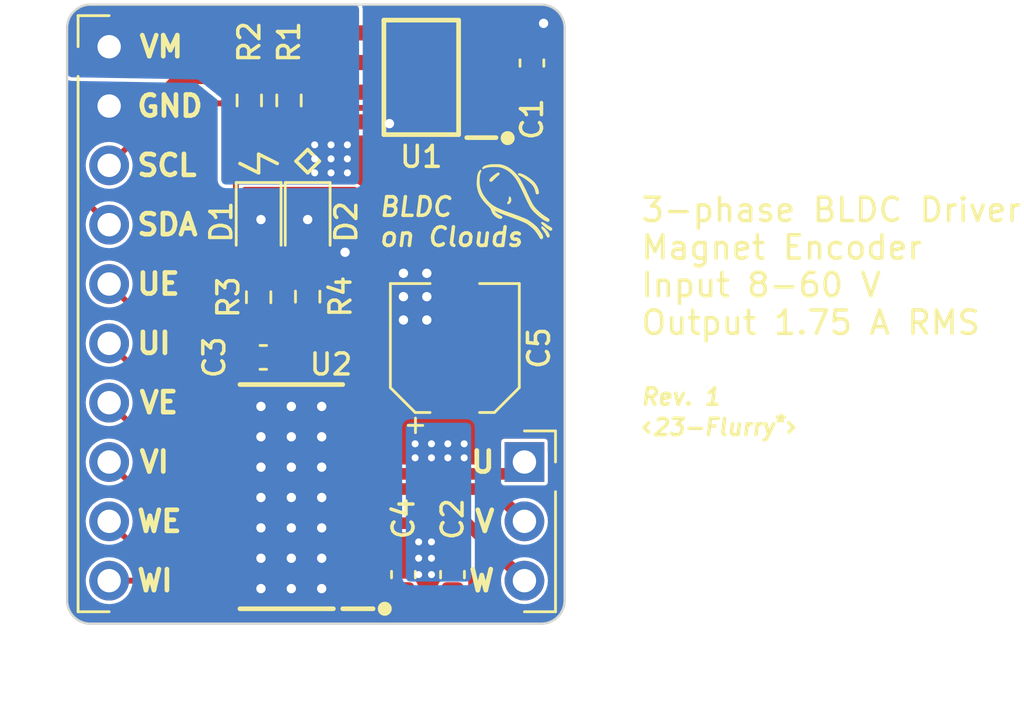
<source format=kicad_pcb>
(kicad_pcb (version 20221018) (generator pcbnew)
  (layers (0 "F.Cu" signal) (31 "B.Cu" signal) (34 "B.Paste" user) (35 "F.Paste" user) (36 "B.SilkS" user "B.Silkscreen") (37 "F.SilkS" user "F.Silkscreen") (38 "B.Mask" user) (39 "F.Mask" user) (44 "Edge.Cuts" user))
  (net 0 "")
  (net 1 "+3.3V")
  (net 2 "GND")
  (net 3 "Net-(U2-CPL)")
  (net 4 "Net-(U2-CPH)")
  (net 5 "Net-(U2-VCP)")
  (net 6 "Net-(D1-A)")
  (net 7 "Net-(D2-A)")
  (net 8 "SCL")
  (net 9 "SDA")
  (net 10 "EN_U")
  (net 11 "IN_U")
  (net 12 "EN_V")
  (net 13 "IN_V")
  (net 14 "EN_W")
  (net 15 "IN_W")
  (net 16 "MOTOR_U")
  (net 17 "MOTOR_V")
  (net 18 "MOTOR_W")
  (net 19 "NFAULT")
  (net 26 "VM")
  (footprint "LOGO" (layer "F.Cu") (at 37.4 26.7)
    (fp_text reference "G***" hide)
    (fp_text value "LOGO" hide)
    (fp_poly (pts (xy -0.237104 -0.287219) (xy -0.217258 -0.269942) (xy -0.199898 -0.231101) (xy -0.197176 -0.222351) (xy -0.183318 -0.162584) (xy -0.182246 -0.114198) (xy -0.194221 -0.069869) (xy -0.20332 -0.050476) (xy -0.233648 -0.003826) (xy -0.267242 0.028325) (xy -0.300928 0.044161) (xy -0.331532 0.041866) (xy -0.34662 0.031511) (xy -0.359312 0.004157) (xy -0.353892 -0.030872) (xy -0.331207 -0.069123) (xy -0.326363 -0.07487) (xy -0.308038 -0.098073) (xy -0.297861 -0.120215) (xy -0.293495 -0.149286) (xy -0.292601 -0.19033) (xy -0.289606 -0.242764) (xy -0.279946 -0.275181) (xy -0.262607 -0.289353)) (fill solid) (layer "F.SilkS"))
    (fp_poly (pts (xy 1.161694 1.000075) (xy 1.195166 1.021811) (xy 1.238687 1.058995) (xy 1.278517 1.097117) (xy 1.345679 1.169489) (xy 1.39818 1.238966) (xy 1.435039 1.303617) (xy 1.455274 1.361513) (xy 1.457903 1.410722) (xy 1.450571 1.435379) (xy 1.427743 1.464191) (xy 1.398741 1.472306) (xy 1.366856 1.459451) (xy 1.349702 1.443808) (xy 1.326995 1.411501) (xy 1.308262 1.373114) (xy 1.306196 1.367346) (xy 1.279577 1.309075) (xy 1.235592 1.240149) (xy 1.175524 1.16251) (xy 1.153773 1.136901) (xy 1.116178 1.088862) (xy 1.096705 1.05159) (xy 1.094849 1.023218) (xy 1.110108 1.001877) (xy 1.116214 0.997623) (xy 1.136101 0.992456)) (fill solid) (layer "F.SilkS"))
    (fp_poly (pts (xy -0.706108 -1.306952) (xy -0.684967 -1.283089) (xy -0.678059 -1.253206) (xy -0.679203 -1.246146) (xy -0.691814 -1.225335) (xy -0.717296 -1.199643) (xy -0.73962 -1.182202) (xy -0.767572 -1.16004) (xy -0.806234 -1.125764) (xy -0.850932 -1.083684) (xy -0.896988 -1.038113) (xy -0.906751 -1.028135) (xy -0.9588 -0.97609) (xy -0.999157 -0.940026) (xy -1.030545 -0.918638) (xy -1.055686 -0.910621) (xy -1.077302 -0.914669) (xy -1.098115 -0.929477) (xy -1.10288 -0.934072) (xy -1.1217 -0.962235) (xy -1.123851 -0.993836) (xy -1.10857 -1.030244) (xy -1.075094 -1.072829) (xy -1.022661 -1.12296) (xy -0.975783 -1.16206) (xy -0.899868 -1.220981) (xy -0.836029 -1.266443) (xy -0.785343 -1.297754) (xy -0.748886 -1.314222) (xy -0.735075 -1.316704)) (fill solid) (layer "F.SilkS"))
    (fp_poly (pts (xy 1.15527 0.802721) (xy 1.184994 0.814939) (xy 1.225118 0.838482) (xy 1.278596 0.874672) (xy 1.299823 0.889719) (xy 1.349495 0.924258) (xy 1.398486 0.956679) (xy 1.440724 0.983056) (xy 1.467239 0.998024) (xy 1.50423 1.019303) (xy 1.536816 1.042164) (xy 1.548829 1.052636) (xy 1.570398 1.086031) (xy 1.575002 1.12168) (xy 1.562538 1.152823) (xy 1.550531 1.164138) (xy 1.525753 1.177626) (xy 1.501183 1.1796) (xy 1.469755 1.169556) (xy 1.442537 1.156466) (xy 1.405124 1.133846) (xy 1.356016 1.099119) (xy 1.29971 1.055809) (xy 1.240702 1.007441) (xy 1.18349 0.957541) (xy 1.153756 0.930094) (xy 1.114565 0.888326) (xy 1.095074 0.855073) (xy 1.094815 0.828849) (xy 1.113326 0.808169) (xy 1.115205 0.806958) (xy 1.132991 0.800501)) (fill solid) (layer "F.SilkS"))
    (fp_poly (pts (xy 0.218069 -1.277909) (xy 0.275159 -1.258812) (xy 0.339277 -1.23104) (xy 0.408359 -1.195725) (xy 0.480341 -1.154001) (xy 0.553159 -1.107) (xy 0.624747 -1.055854) (xy 0.693042 -1.001696) (xy 0.755979 -0.945658) (xy 0.811494 -0.888872) (xy 0.857522 -0.832472) (xy 0.860417 -0.828454) (xy 0.924293 -0.725848) (xy 0.967817 -0.624591) (xy 0.992568 -0.520984) (xy 0.992951 -0.518393) (xy 1.006546 -0.425118) (xy 0.975308 -0.398248) (xy 0.941059 -0.376064) (xy 0.911655 -0.374658) (xy 0.883433 -0.393971) (xy 0.880848 -0.396699) (xy 0.862545 -0.429648) (xy 0.848302 -0.484237) (xy 0.844894 -0.504441) (xy 0.822915 -0.593088) (xy 0.783833 -0.678257) (xy 0.726238 -0.762177) (xy 0.648722 -0.847077) (xy 0.599179 -0.893145) (xy 0.549694 -0.934412) (xy 0.490638 -0.979572) (xy 0.426317 -1.025731) (xy 0.361037 -1.069989) (xy 0.299105 -1.10945) (xy 0.244827 -1.141217) (xy 0.202509 -1.162393) (xy 0.1938 -1.165878) (xy 0.144472 -1.187506) (xy 0.11485 -1.20962) (xy 0.102206 -1.234549) (xy 0.101285 -1.244902) (xy 0.109616 -1.271828) (xy 0.133233 -1.28555) (xy 0.170073 -1.2872)) (fill solid) (layer "F.SilkS"))
    (fp_poly (pts (xy -0.787797 -1.669988) (xy -0.72681 -1.668696) (xy -0.678851 -1.666027) (xy -0.639185 -1.6616) (xy -0.603078 -1.655035) (xy -0.566539 -1.646149) (xy -0.427804 -1.598734) (xy -0.295213 -1.53136) (xy -0.168102 -1.443525) (xy -0.045807 -1.334727) (xy 0.072337 -1.204464) (xy 0.148962 -1.105667) (xy 0.177727 -1.06237) (xy 0.214066 -1.001254) (xy 0.256519 -0.925116) (xy 0.303628 -0.836753) (xy 0.353933 -0.738962) (xy 0.405974 -0.63454) (xy 0.458292 -0.526283) (xy 0.509427 -0.416988) (xy 0.517438 -0.399513) (xy 0.576202 -0.272672) (xy 0.627911 -0.164907) (xy 0.673562 -0.074273) (xy 0.71415 0.001173) (xy 0.75067 0.063374) (xy 0.770246 0.093945) (xy 0.821676 0.162508) (xy 0.888477 0.238009) (xy 0.966366 0.316415) (xy 1.051059 0.393697) (xy 1.138273 0.465824) (xy 1.223723 0.528766) (xy 1.253322 0.54846) (xy 1.299072 0.577974) (xy 1.345416 0.607941) (xy 1.383163 0.632417) (xy 1.386797 0.63478) (xy 1.429624 0.669907) (xy 1.453471 0.705797) (xy 1.457827 0.739982) (xy 1.44218 0.769995) (xy 1.41847 0.787513) (xy 1.395819 0.796548) (xy 1.372071 0.79675) (xy 1.338837 0.78774) (xy 1.326204 0.783341) (xy 1.267563 0.756642) (xy 1.197753 0.715452) (xy 1.120128 0.662471) (xy 1.038045 0.600401) (xy 0.95486 0.531943) (xy 0.873929 0.459798) (xy 0.798607 0.386668) (xy 0.732251 0.315253) (xy 0.705958 0.284087) (xy 0.672279 0.240322) (xy 0.639041 0.191823) (xy 0.604916 0.136137) (xy 0.56857 0.070813) (xy 0.528674 -0.006603) (xy 0.483896 -0.098564) (xy 0.432905 -0.207522) (xy 0.399106 -0.281347) (xy 0.331262 -0.428194) (xy 0.265741 -0.565518) (xy 0.203503 -0.69146) (xy 0.145509 -0.804161) (xy 0.092716 -0.901763) (xy 0.046086 -0.982408) (xy 0.006577 -1.044236) (xy 0.00136 -1.051722) (xy -0.045627 -1.112944) (xy -0.101949 -1.178062) (xy -0.162965 -1.242345) (xy -0.22403 -1.301061) (xy -0.280502 -1.349478) (xy -0.316983 -1.376142) (xy -0.430769 -1.442829) (xy -0.544205 -1.494188) (xy -0.624918 -1.520845) (xy -0.662408 -1.530133) (xy -0.699414 -1.536851) (xy -0.740764 -1.541419) (xy -0.791287 -1.544259) (xy -0.855812 -1.545792) (xy -0.917191 -1.546341) (xy -1.021692 -1.545361) (xy -1.107919 -1.540787) (xy -1.179909 -1.531982) (xy -1.241702 -1.518313) (xy -1.297336 -1.499144) (xy -1.338949 -1.480018) (xy -1.372485 -1.464576) (xy -1.393652 -1.459964) (xy -1.409112 -1.464994) (xy -1.412007 -1.46698) (xy -1.427453 -1.489677) (xy -1.423072 -1.518467) (xy -1.399774 -1.550688) (xy -1.376387 -1.571102) (xy -1.344764 -1.591162) (xy -1.304045 -1.608888) (xy -1.24928 -1.626193) (xy -1.201952 -1.638584) (xy -1.153926 -1.650036) (xy -1.112752 -1.658346) (xy -1.073131 -1.664015) (xy -1.029769 -1.667543) (xy -0.977368 -1.669431) (xy -0.910633 -1.670179) (xy -0.866549 -1.670285)) (fill solid) (layer "F.SilkS"))
    (fp_poly (pts (xy -1.468801 -1.420875) (xy -1.4629 -1.397118) (xy -1.471394 -1.359989) (xy -1.48584 -1.327314) (xy -1.50269 -1.287725) (xy -1.515475 -1.241237) (xy -1.524797 -1.184052) (xy -1.531261 -1.112372) (xy -1.535469 -1.022396) (xy -1.53577 -1.012849) (xy -1.53701 -0.916399) (xy -1.533697 -0.835178) (xy -1.525023 -0.762222) (xy -1.510182 -0.690567) (xy -1.49013 -0.618963) (xy -1.459272 -0.528295) (xy -1.424339 -0.447419) (xy -1.381783 -0.369592) (xy -1.328062 -0.288068) (xy -1.286084 -0.230705) (xy -1.22476 -0.15198) (xy -1.169465 -0.087501) (xy -1.115047 -0.031978) (xy -1.056354 0.019879) (xy -0.994778 0.068424) (xy -0.918337 0.119577) (xy -0.821081 0.173368) (xy -0.704459 0.229134) (xy -0.569922 0.286216) (xy -0.41892 0.343952) (xy -0.292601 0.388352) (xy -0.218133 0.414176) (xy -0.134287 0.444188) (xy -0.044401 0.47711) (xy 0.04819 0.511664) (xy 0.14015 0.546569) (xy 0.228143 0.580548) (xy 0.308832 0.612321) (xy 0.378881 0.640609) (xy 0.434954 0.664134) (xy 0.473715 0.681616) (xy 0.47829 0.683869) (xy 0.54689 0.722607) (xy 0.624383 0.773461) (xy 0.705409 0.832295) (xy 0.784606 0.894974) (xy 0.856616 0.957362) (xy 0.916076 1.015323) (xy 0.935154 1.036352) (xy 0.98274 1.094421) (xy 1.032923 1.160882) (xy 1.0812 1.229364) (xy 1.123071 1.293496) (xy 1.15243 1.343864) (xy 1.173117 1.395853) (xy 1.180205 1.444499) (xy 1.175155 1.486658) (xy 1.159428 1.519185) (xy 1.134485 1.538934) (xy 1.101786 1.542761) (xy 1.066174 1.529552) (xy 1.050377 1.513479) (xy 1.030592 1.484243) (xy 1.016976 1.459558) (xy 0.987283 1.40643) (xy 0.947497 1.343487) (xy 0.902005 1.276978) (xy 0.855194 1.213156) (xy 0.811451 1.158272) (xy 0.783692 1.127145) (xy 0.732513 1.078159) (xy 0.668036 1.022849) (xy 0.596446 0.966164) (xy 0.523928 0.91305) (xy 0.474187 0.879524) (xy 0.438679 0.859743) (xy 0.384649 0.833777) (xy 0.314863 0.802741) (xy 0.232088 0.767751) (xy 0.139092 0.729925) (xy 0.038642 0.690379) (xy -0.066495 0.650228) (xy -0.173551 0.610589) (xy -0.27976 0.572578) (xy -0.330224 0.555033) (xy -0.411763 0.525973) (xy -0.501203 0.492414) (xy -0.590553 0.457461) (xy -0.671823 0.424219) (xy -0.717775 0.40445) (xy -0.775542 0.379186) (xy -0.825732 0.357786) (xy -0.86493 0.34166) (xy -0.889719 0.332222) (xy -0.896872 0.330427) (xy -0.891013 0.339238) (xy -0.872267 0.359567) (xy -0.844221 0.387594) (xy -0.833185 0.398217) (xy -0.749268 0.463996) (xy -0.683173 0.500099) (xy -0.641543 0.520316) (xy -0.606291 0.539676) (xy -0.583928 0.554555) (xy -0.581574 0.556675) (xy -0.564892 0.587545) (xy -0.567088 0.622834) (xy -0.586517 0.65404) (xy -0.618445 0.670958) (xy -0.661559 0.672392) (xy -0.712663 0.660171) (xy -0.768564 0.636128) (xy -0.826067 0.602092) (xy -0.881976 0.559894) (xy -0.933098 0.511365) (xy -0.976238 0.458335) (xy -1.001741 0.416107) (xy -1.019117 0.378229) (xy -1.038471 0.330372) (xy -1.052757 0.291073) (xy -1.063546 0.261582) (xy -1.075419 0.236537) (xy -1.091257 0.212219) (xy -1.113941 0.184913) (xy -1.146354 0.150899) (xy -1.191378 0.10646) (xy -1.209497 0.088871) (xy -1.310384 -0.016223) (xy -1.401558 -0.12586) (xy -1.479768 -0.235735) (xy -1.541764 -0.341539) (xy -1.555674 -0.369637) (xy -1.599971 -0.479369) (xy -1.63426 -0.597629) (xy -1.656673 -0.716449) (xy -1.665337 -0.827866) (xy -1.665379 -0.836801) (xy -1.663378 -0.921132) (xy -1.658066 -1.009382) (xy -1.650069 -1.094678) (xy -1.640012 -1.170147) (xy -1.630401 -1.221046) (xy -1.611331 -1.28368) (xy -1.58551 -1.339529) (xy -1.555471 -1.384862) (xy -1.523749 -1.415948) (xy -1.492877 -1.429054) (xy -1.489033 -1.429243)) (fill solid) (layer "F.SilkS"))
  )
  (footprint "Clouds_footprints:SOIC127P600X175-8N" (layer "F.Cu") (at 33.3625 21.3125 180)
    (fp_text reference "U1" (at 0 -3.4) (layer "F.SilkS") (effects (font (size 0.9 0.9))))
    (fp_text value "AS5600L-ASOM" hide)
    (fp_line (start -3.2 -2.58) (end -1.95 -2.58) (stroke (width 0.2)) (layer "F.SilkS"))
    (fp_line (start -1.6 -2.45) (end 1.6 -2.45) (stroke (width 0.2)) (layer "F.SilkS"))
    (fp_line (start -1.6 2.45) (end -1.6 -2.45) (stroke (width 0.2)) (layer "F.SilkS"))
    (fp_line (start 1.6 -2.45) (end 1.6 2.45) (stroke (width 0.2)) (layer "F.SilkS"))
    (fp_line (start 1.6 2.45) (end -1.6 2.45) (stroke (width 0.2)) (layer "F.SilkS"))
    (fp_circle (center -3.7 -2.6) (end -3.4 -2.6) (fill solid) (layer "F.SilkS"))
    (pad "1" smd rect (at -2.7 -1.905 270) (size 0.65 1.5) (layers "F.Cu" "F.Paste" "F.Mask") (net 1 "+3.3V"))
    (pad "2" smd rect (at -2.7 -0.635 270) (size 0.65 1.5) (layers "F.Cu" "F.Paste" "F.Mask") (net 1 "+3.3V"))
    (pad "3" smd rect (at -2.7 0.635 270) (size 0.65 1.5) (layers "F.Cu" "F.Paste" "F.Mask"))
    (pad "4" smd rect (at -2.7 1.905 270) (size 0.65 1.5) (layers "F.Cu" "F.Paste" "F.Mask") (net 2 "GND"))
    (pad "5" smd rect (at 2.7 1.905 270) (size 0.65 1.5) (layers "F.Cu" "F.Paste" "F.Mask"))
    (pad "6" smd rect (at 2.7 0.635 270) (size 0.65 1.5) (layers "F.Cu" "F.Paste" "F.Mask") (net 9 "SDA"))
    (pad "7" smd rect (at 2.7 -0.635 270) (size 0.65 1.5) (layers "F.Cu" "F.Paste" "F.Mask") (net 8 "SCL"))
    (pad "8" smd rect (at 2.7 -1.905 270) (size 0.65 1.5) (layers "F.Cu" "F.Paste" "F.Mask") (net 2 "GND"))
  )
  (footprint "Capacitor_SMD:C_0603_1608Metric" (layer "F.Cu") (at 32.6 42.6 90)
    (fp_text reference "C4" (at 2.4 0 90) (layer "F.SilkS") (effects (font (size 0.9 0.9))))
    (fp_text value "100n")
    (fp_line (start -0.14058 -0.51) (end 0.14058 -0.51) (stroke (width 0.12)) (layer "F.SilkS"))
    (fp_line (start -0.14058 0.51) (end 0.14058 0.51) (stroke (width 0.12)) (layer "F.SilkS"))
    (pad "1" smd roundrect (at -0.775 0 90) (size 0.9 0.95) (layers "F.Cu" "F.Paste" "F.Mask") (net 5 "Net-(U2-VCP)"))
    (pad "2" smd roundrect (at 0.775 0 90) (size 0.9 0.95) (layers "F.Cu" "F.Paste" "F.Mask") (net 26 "VM"))
  )
  (footprint "Capacitor_SMD:CP_Elec_5x3.9" (layer "F.Cu") (at 34.8 32.9 90)
    (fp_text reference "C5" (at 0 3.6 90) (layer "F.SilkS") (effects (font (size 0.9 0.9))))
    (fp_text value "10u")
    (fp_line (start -3.625 -1.685) (end -3 -1.685) (stroke (width 0.12)) (layer "F.SilkS"))
    (fp_line (start -3.3125 -1.9975) (end -3.3125 -1.3725) (stroke (width 0.12)) (layer "F.SilkS"))
    (fp_line (start -2.76 -1.695563) (end -2.76 -1.06) (stroke (width 0.12)) (layer "F.SilkS"))
    (fp_line (start -2.76 -1.695563) (end -1.695563 -2.76) (stroke (width 0.12)) (layer "F.SilkS"))
    (fp_line (start -2.76 1.695563) (end -2.76 1.06) (stroke (width 0.12)) (layer "F.SilkS"))
    (fp_line (start -2.76 1.695563) (end -1.695563 2.76) (stroke (width 0.12)) (layer "F.SilkS"))
    (fp_line (start -1.695563 -2.76) (end 2.76 -2.76) (stroke (width 0.12)) (layer "F.SilkS"))
    (fp_line (start -1.695563 2.76) (end 2.76 2.76) (stroke (width 0.12)) (layer "F.SilkS"))
    (fp_line (start 2.76 -2.76) (end 2.76 -1.06) (stroke (width 0.12)) (layer "F.SilkS"))
    (fp_line (start 2.76 2.76) (end 2.76 1.06) (stroke (width 0.12)) (layer "F.SilkS"))
    (pad "1" smd roundrect (at -2.2 0 90) (size 3 1.6) (layers "F.Cu" "F.Paste" "F.Mask") (roundrect_rratio 0.15625) (net 26 "VM"))
    (pad "2" smd roundrect (at 2.2 0 90) (size 3 1.6) (layers "F.Cu" "F.Paste" "F.Mask") (roundrect_rratio 0.15625) (net 2 "GND"))
  )
  (footprint "Capacitor_SMD:C_0603_1608Metric" (layer "F.Cu") (at 26.6 33.3)
    (fp_text reference "C3" (at -2.1 0 90) (layer "F.SilkS") (effects (font (size 0.9 0.9))))
    (fp_text value "470n")
    (fp_line (start -0.14058 -0.51) (end 0.14058 -0.51) (stroke (width 0.12)) (layer "F.SilkS"))
    (fp_line (start -0.14058 0.51) (end 0.14058 0.51) (stroke (width 0.12)) (layer "F.SilkS"))
    (pad "1" smd roundrect (at -0.775 0) (size 0.9 0.95) (layers "F.Cu" "F.Paste" "F.Mask") (net 1 "+3.3V"))
    (pad "2" smd roundrect (at 0.775 0) (size 0.9 0.95) (layers "F.Cu" "F.Paste" "F.Mask") (net 2 "GND"))
  )
  (footprint "Clouds_footprints:SOP65P640X120-29N" (layer "F.Cu") (at 27.8 39.2625 180)
    (fp_text reference "U2" (at -1.7 5.6625) (layer "F.SilkS") (effects (font (size 0.9 0.9))))
    (fp_text value "DRV8313PWPR" hide)
    (fp_line (start -3.5 -4.8) (end -2.2 -4.8) (stroke (width 0.2)) (layer "F.SilkS"))
    (fp_line (start -2.2 4.8) (end 2.2 4.8) (stroke (width 0.2)) (layer "F.SilkS"))
    (fp_line (start -1.8 -4.8) (end 2.2 -4.8) (stroke (width 0.2)) (layer "F.SilkS"))
    (fp_circle (center -4 -4.8) (end -3.7 -4.8) (fill solid) (layer "F.SilkS"))
    (pad "1" smd rect (at -2.938 -4.225 270) (size 0.45 1.475) (layers "F.Cu" "F.Paste" "F.Mask") (net 3 "Net-(U2-CPL)"))
    (pad "2" smd rect (at -2.938 -3.575 270) (size 0.45 1.475) (layers "F.Cu" "F.Paste" "F.Mask") (net 4 "Net-(U2-CPH)"))
    (pad "3" smd rect (at -2.938 -2.925 270) (size 0.45 1.475) (layers "F.Cu" "F.Paste" "F.Mask") (net 5 "Net-(U2-VCP)"))
    (pad "4" smd rect (at -2.938 -2.275 270) (size 0.45 1.475) (layers "F.Cu" "F.Paste" "F.Mask") (net 26 "VM"))
    (pad "5" smd rect (at -2.938 -1.625 270) (size 0.45 1.475) (layers "F.Cu" "F.Paste" "F.Mask") (net 18 "MOTOR_W"))
    (pad "6" smd rect (at -2.938 -0.975 270) (size 0.45 1.475) (layers "F.Cu" "F.Paste" "F.Mask") (net 2 "GND"))
    (pad "7" smd rect (at -2.938 -0.325 270) (size 0.45 1.475) (layers "F.Cu" "F.Paste" "F.Mask") (net 2 "GND"))
    (pad "8" smd rect (at -2.938 0.325 270) (size 0.45 1.475) (layers "F.Cu" "F.Paste" "F.Mask") (net 17 "MOTOR_V"))
    (pad "9" smd rect (at -2.938 0.975 270) (size 0.45 1.475) (layers "F.Cu" "F.Paste" "F.Mask") (net 16 "MOTOR_U"))
    (pad "10" smd rect (at -2.938 1.625 270) (size 0.45 1.475) (layers "F.Cu" "F.Paste" "F.Mask") (net 2 "GND"))
    (pad "11" smd rect (at -2.938 2.275 270) (size 0.45 1.475) (layers "F.Cu" "F.Paste" "F.Mask") (net 26 "VM"))
    (pad "12" smd rect (at -2.938 2.925 270) (size 0.45 1.475) (layers "F.Cu" "F.Paste" "F.Mask"))
    (pad "13" smd rect (at -2.938 3.575 270) (size 0.45 1.475) (layers "F.Cu" "F.Paste" "F.Mask"))
    (pad "14" smd rect (at -2.938 4.225 270) (size 0.45 1.475) (layers "F.Cu" "F.Paste" "F.Mask") (net 2 "GND"))
    (pad "15" smd rect (at 2.938 4.225 270) (size 0.45 1.475) (layers "F.Cu" "F.Paste" "F.Mask") (net 1 "+3.3V"))
    (pad "16" smd rect (at 2.938 3.575 270) (size 0.45 1.475) (layers "F.Cu" "F.Paste" "F.Mask") (net 1 "+3.3V"))
    (pad "17" smd rect (at 2.938 2.925 270) (size 0.45 1.475) (layers "F.Cu" "F.Paste" "F.Mask") (net 1 "+3.3V"))
    (pad "18" smd rect (at 2.938 2.275 270) (size 0.45 1.475) (layers "F.Cu" "F.Paste" "F.Mask") (net 19 "NFAULT"))
    (pad "19" smd rect (at 2.938 1.625 270) (size 0.45 1.475) (layers "F.Cu" "F.Paste" "F.Mask"))
    (pad "20" smd rect (at 2.938 0.975 270) (size 0.45 1.475) (layers "F.Cu" "F.Paste" "F.Mask") (net 2 "GND"))
    (pad "21" smd rect (at 2.938 0.325 270) (size 0.45 1.475) (layers "F.Cu" "F.Paste" "F.Mask"))
    (pad "22" smd rect (at 2.938 -0.325 270) (size 0.45 1.475) (layers "F.Cu" "F.Paste" "F.Mask") (net 10 "EN_U"))
    (pad "23" smd rect (at 2.938 -0.975 270) (size 0.45 1.475) (layers "F.Cu" "F.Paste" "F.Mask") (net 11 "IN_U"))
    (pad "24" smd rect (at 2.938 -1.625 270) (size 0.45 1.475) (layers "F.Cu" "F.Paste" "F.Mask") (net 12 "EN_V"))
    (pad "25" smd rect (at 2.938 -2.275 270) (size 0.45 1.475) (layers "F.Cu" "F.Paste" "F.Mask") (net 13 "IN_V"))
    (pad "26" smd rect (at 2.938 -2.925 270) (size 0.45 1.475) (layers "F.Cu" "F.Paste" "F.Mask") (net 14 "EN_W"))
    (pad "27" smd rect (at 2.938 -3.575 270) (size 0.45 1.475) (layers "F.Cu" "F.Paste" "F.Mask") (net 15 "IN_W"))
    (pad "28" smd rect (at 2.938 -4.225 270) (size 0.45 1.475) (layers "F.Cu" "F.Paste" "F.Mask") (net 2 "GND"))
    (pad "29" smd rect (at 0 0 180) (size 3.1 5.18) (layers "F.Cu" "F.Paste" "F.Mask") (net 2 "GND"))
  )
  (footprint "Capacitor_SMD:C_0603_1608Metric" (layer "F.Cu") (at 34.7 42.6 90)
    (fp_text reference "C2" (at 2.375 0 90) (layer "F.SilkS") (effects (font (size 0.9 0.9))))
    (fp_text value "10n")
    (fp_line (start -0.14058 -0.51) (end 0.14058 -0.51) (stroke (width 0.12)) (layer "F.SilkS"))
    (fp_line (start -0.14058 0.51) (end 0.14058 0.51) (stroke (width 0.12)) (layer "F.SilkS"))
    (pad "1" smd roundrect (at -0.775 0 90) (size 0.9 0.95) (layers "F.Cu" "F.Paste" "F.Mask") (net 3 "Net-(U2-CPL)"))
    (pad "2" smd roundrect (at 0.775 0 90) (size 0.9 0.95) (layers "F.Cu" "F.Paste" "F.Mask") (net 4 "Net-(U2-CPH)"))
  )
  (footprint "Resistor_SMD:R_0603_1608Metric" (layer "F.Cu") (at 27.7 22.3 90)
    (fp_text reference "R1" (at 2.5 0 90) (layer "F.SilkS") (effects (font (size 0.9 0.9))))
    (fp_text value "2.2k")
    (fp_line (start -0.237258 -0.5225) (end 0.237258 -0.5225) (stroke (width 0.12)) (layer "F.SilkS"))
    (fp_line (start -0.237258 0.5225) (end 0.237258 0.5225) (stroke (width 0.12)) (layer "F.SilkS"))
    (pad "1" smd roundrect (at -0.825 0 90) (size 0.8 0.95) (layers "F.Cu" "F.Paste" "F.Mask") (net 1 "+3.3V"))
    (pad "2" smd roundrect (at 0.825 0 90) (size 0.8 0.95) (layers "F.Cu" "F.Paste" "F.Mask") (net 8 "SCL"))
  )
  (footprint "LED_SMD:LED_0805_2012Metric" (layer "F.Cu") (at 28.5 27.5 -90)
    (fp_text reference "D2" (at 0 -1.65 90) (layer "F.SilkS") (effects (font (size 0.9 0.9))))
    (fp_text value "Yellow")
    (fp_line (start -1.685 -0.96) (end -1.685 0.96) (stroke (width 0.12)) (layer "F.SilkS"))
    (fp_line (start -1.685 0.96) (end 1 0.96) (stroke (width 0.12)) (layer "F.SilkS"))
    (fp_line (start 1 -0.96) (end -1.685 -0.96) (stroke (width 0.12)) (layer "F.SilkS"))
    (pad "1" smd roundrect (at -0.9375 0 270) (size 0.975 1.4) (layers "F.Cu" "F.Paste" "F.Mask") (net 2 "GND"))
    (pad "2" smd roundrect (at 0.9375 0 270) (size 0.975 1.4) (layers "F.Cu" "F.Paste" "F.Mask") (net 7 "Net-(D2-A)"))
  )
  (footprint "Capacitor_SMD:C_0603_1608Metric" (layer "F.Cu") (at 38.1 20.7 90)
    (fp_text reference "C1" (at -2.4 0 90) (layer "F.SilkS") (effects (font (size 0.9 0.9))))
    (fp_text value "100n")
    (fp_line (start -0.14058 -0.51) (end 0.14058 -0.51) (stroke (width 0.12)) (layer "F.SilkS"))
    (fp_line (start -0.14058 0.51) (end 0.14058 0.51) (stroke (width 0.12)) (layer "F.SilkS"))
    (pad "1" smd roundrect (at -0.775 0 90) (size 0.9 0.95) (layers "F.Cu" "F.Paste" "F.Mask") (net 1 "+3.3V"))
    (pad "2" smd roundrect (at 0.775 0 90) (size 0.9 0.95) (layers "F.Cu" "F.Paste" "F.Mask") (net 2 "GND"))
  )
  (footprint "Resistor_SMD:R_0603_1608Metric" (layer "F.Cu") (at 28.5 30.7 90)
    (fp_text reference "R4" (at 0 1.4 90) (layer "F.SilkS") (effects (font (size 0.9 0.9))))
    (fp_text value "1k")
    (fp_line (start -0.237258 -0.5225) (end 0.237258 -0.5225) (stroke (width 0.12)) (layer "F.SilkS"))
    (fp_line (start -0.237258 0.5225) (end 0.237258 0.5225) (stroke (width 0.12)) (layer "F.SilkS"))
    (pad "1" smd roundrect (at -0.825 0 90) (size 0.8 0.95) (layers "F.Cu" "F.Paste" "F.Mask") (net 19 "NFAULT"))
    (pad "2" smd roundrect (at 0.825 0 90) (size 0.8 0.95) (layers "F.Cu" "F.Paste" "F.Mask") (net 7 "Net-(D2-A)"))
  )
  (footprint "Connector_PinHeader_2.54mm:PinHeader_1x10_P2.54mm_Vertical" (layer "F.Cu") (at 20 20)
    (fp_text reference "J1" hide)
    (fp_text value "Conn_01x10")
    (fp_line (start -1.33 -1.33) (end 0 -1.33) (stroke (width 0.12)) (layer "F.SilkS"))
    (fp_line (start -1.33 0) (end -1.33 -1.33) (stroke (width 0.12)) (layer "F.SilkS"))
    (fp_line (start -1.33 1.27) (end -1.33 24.19) (stroke (width 0.12)) (layer "F.SilkS"))
    (fp_line (start -1.33 24.19) (end 0 24.19) (stroke (width 0.12)) (layer "F.SilkS"))
    (pad "1" thru_hole rect (at 0 0) (size 1.7 1.7) (drill 1) (layers "*.Cu" "*.Mask") (net 26 "VM"))
    (pad "2" thru_hole oval (at 0 2.54) (size 1.7 1.7) (drill 1) (layers "*.Cu" "*.Mask") (net 2 "GND"))
    (pad "3" thru_hole oval (at 0 5.08) (size 1.7 1.7) (drill 1) (layers "*.Cu" "*.Mask") (net 8 "SCL"))
    (pad "4" thru_hole oval (at 0 7.62) (size 1.7 1.7) (drill 1) (layers "*.Cu" "*.Mask") (net 9 "SDA"))
    (pad "5" thru_hole oval (at 0 10.16) (size 1.7 1.7) (drill 1) (layers "*.Cu" "*.Mask") (net 10 "EN_U"))
    (pad "6" thru_hole oval (at 0 12.7) (size 1.7 1.7) (drill 1) (layers "*.Cu" "*.Mask") (net 11 "IN_U"))
    (pad "7" thru_hole oval (at 0 15.24) (size 1.7 1.7) (drill 1) (layers "*.Cu" "*.Mask") (net 12 "EN_V"))
    (pad "8" thru_hole oval (at 0 17.78) (size 1.7 1.7) (drill 1) (layers "*.Cu" "*.Mask") (net 13 "IN_V"))
    (pad "9" thru_hole oval (at 0 20.32) (size 1.7 1.7) (drill 1) (layers "*.Cu" "*.Mask") (net 14 "EN_W"))
    (pad "10" thru_hole oval (at 0 22.86) (size 1.7 1.7) (drill 1) (layers "*.Cu" "*.Mask") (net 15 "IN_W"))
  )
  (footprint "LED_SMD:LED_0805_2012Metric" (layer "F.Cu") (at 26.4 27.5 -90)
    (fp_text reference "D1" (at 0 1.6 90) (layer "F.SilkS") (effects (font (size 0.9 0.9))))
    (fp_text value "White")
    (fp_line (start -1.685 -0.96) (end -1.685 0.96) (stroke (width 0.12)) (layer "F.SilkS"))
    (fp_line (start -1.685 0.96) (end 1 0.96) (stroke (width 0.12)) (layer "F.SilkS"))
    (fp_line (start 1 -0.96) (end -1.685 -0.96) (stroke (width 0.12)) (layer "F.SilkS"))
    (pad "1" smd roundrect (at -0.9375 0 270) (size 0.975 1.4) (layers "F.Cu" "F.Paste" "F.Mask") (net 2 "GND"))
    (pad "2" smd roundrect (at 0.9375 0 270) (size 0.975 1.4) (layers "F.Cu" "F.Paste" "F.Mask") (net 6 "Net-(D1-A)"))
  )
  (footprint "Resistor_SMD:R_0603_1608Metric" (layer "F.Cu") (at 26.4 30.725 90)
    (fp_text reference "R3" (at 0 -1.3 90) (layer "F.SilkS") (effects (font (size 0.9 0.9))))
    (fp_text value "2.2k")
    (fp_line (start -0.237258 -0.5225) (end 0.237258 -0.5225) (stroke (width 0.12)) (layer "F.SilkS"))
    (fp_line (start -0.237258 0.5225) (end 0.237258 0.5225) (stroke (width 0.12)) (layer "F.SilkS"))
    (pad "1" smd roundrect (at -0.825 0 90) (size 0.8 0.95) (layers "F.Cu" "F.Paste" "F.Mask") (net 1 "+3.3V"))
    (pad "2" smd roundrect (at 0.825 0 90) (size 0.8 0.95) (layers "F.Cu" "F.Paste" "F.Mask") (net 6 "Net-(D1-A)"))
  )
  (footprint "Connector_PinHeader_2.54mm:PinHeader_1x03_P2.54mm_Vertical" (layer "F.Cu") (at 37.78 37.78)
    (fp_text reference "J2" hide)
    (fp_text value "Conn_01x03")
    (fp_line (start 0 6.41) (end 1.33 6.41) (stroke (width 0.12)) (layer "F.SilkS"))
    (fp_line (start 1.33 -1.33) (end 0 -1.33) (stroke (width 0.12)) (layer "F.SilkS"))
    (fp_line (start 1.33 0) (end 1.33 -1.33) (stroke (width 0.12)) (layer "F.SilkS"))
    (fp_line (start 1.33 1.27) (end 1.33 6.41) (stroke (width 0.12)) (layer "F.SilkS"))
    (pad "1" thru_hole rect (at 0 0) (size 1.7 1.7) (drill 1) (layers "*.Cu" "*.Mask") (net 16 "MOTOR_U"))
    (pad "2" thru_hole oval (at 0 2.54) (size 1.7 1.7) (drill 1) (layers "*.Cu" "*.Mask") (net 17 "MOTOR_V"))
    (pad "3" thru_hole oval (at 0 5.08) (size 1.7 1.7) (drill 1) (layers "*.Cu" "*.Mask") (net 18 "MOTOR_W"))
  )
  (footprint "Resistor_SMD:R_0603_1608Metric" (layer "F.Cu") (at 26 22.3 90)
    (fp_text reference "R2" (at 2.5 0 90) (layer "F.SilkS") (effects (font (size 0.9 0.9))))
    (fp_text value "2.2k")
    (fp_line (start -0.237258 -0.5225) (end 0.237258 -0.5225) (stroke (width 0.12)) (layer "F.SilkS"))
    (fp_line (start -0.237258 0.5225) (end 0.237258 0.5225) (stroke (width 0.12)) (layer "F.SilkS"))
    (pad "1" smd roundrect (at -0.825 0 90) (size 0.8 0.95) (layers "F.Cu" "F.Paste" "F.Mask") (net 1 "+3.3V"))
    (pad "2" smd roundrect (at 0.825 0 90) (size 0.8 0.95) (layers "F.Cu" "F.Paste" "F.Mask") (net 9 "SDA"))
  )
  (gr_line (start 49.1 36.1) (end 49.3 36.3) (stroke (width 0.15)) (layer "F.SilkS"))
  (gr_line (start 29 24.9) (end 28.5 25.4) (stroke (width 0.15)) (layer "F.SilkS"))
  (gr_line (start 42.9 36.3) (end 43.1 36.5) (stroke (width 0.15)) (layer "F.SilkS"))
  (gr_line (start 26.4 24.6) (end 27.2 25) (stroke (width 0.15)) (layer "F.SilkS"))
  (gr_line (start 26.4 25.4) (end 26.4 24.6) (stroke (width 0.15)) (layer "F.SilkS"))
  (gr_line (start 28.5 24.4) (end 29 24.9) (stroke (width 0.15)) (layer "F.SilkS"))
  (gr_line (start 49.3 36.3) (end 49.1 36.5) (stroke (width 0.15)) (layer "F.SilkS"))
  (gr_line (start 28.5 25.4) (end 28 24.9) (stroke (width 0.15)) (layer "F.SilkS"))
  (gr_line (start 43.1 36.1) (end 42.9 36.3) (stroke (width 0.15)) (layer "F.SilkS"))
  (gr_line (start 28 24.9) (end 28.5 24.4) (stroke (width 0.15)) (layer "F.SilkS"))
  (gr_line (start 25.6 25) (end 26.4 25.4) (stroke (width 0.15)) (layer "F.SilkS"))
  (gr_arc (start 19.2 44.7) (mid 18.492894 44.407106) (end 18.2 43.7) (stroke (width 0.1)) (layer "Edge.Cuts"))
  (gr_line (start 39.5 19.2) (end 39.5 43.7) (stroke (width 0.1)) (layer "Edge.Cuts"))
  (gr_arc (start 39.5 43.7) (mid 39.207107 44.407106) (end 38.5 44.7) (stroke (width 0.1)) (layer "Edge.Cuts"))
  (gr_line (start 19.2 18.2) (end 38.5 18.2) (stroke (width 0.1)) (layer "Edge.Cuts"))
  (gr_arc (start 18.2 19.2) (mid 18.492893 18.492894) (end 19.2 18.2) (stroke (width 0.1)) (layer "Edge.Cuts"))
  (gr_line (start 19.2 44.7) (end 38.5 44.7) (stroke (width 0.1)) (layer "Edge.Cuts"))
  (gr_line (start 18.2 19.2) (end 18.2 43.7) (stroke (width 0.1)) (layer "Edge.Cuts"))
  (gr_arc (start 38.5 18.2) (mid 39.207106 18.492894) (end 39.5 19.2) (stroke (width 0.1)) (layer "Edge.Cuts"))
  (gr_text "Rev. 1" (at 42.7 35.4) (layer "F.SilkS") (effects (font (size 0.7 0.7) (thickness 0.15) italic) (justify left bottom)))
  (gr_text "U" (at 36.6 37.78) (layer "F.SilkS") (effects (font (size 0.9 0.9) (thickness 0.2) bold) (justify right)))
  (gr_text "3-phase BLDC Driver\nMagnet Encoder\nInput 8-60 V\nOutput 1.75 A RMS" (at 42.7 29.4) (layer "F.SilkS") (effects (font (size 1 1)) (justify left)))
  (gr_text "UE" (at 21.1 30.16) (layer "F.SilkS") (effects (font (size 0.9 0.9) (thickness 0.2) bold) (justify left)))
  (gr_text "WE" (at 21.1 40.32) (layer "F.SilkS") (effects (font (size 0.9 0.9) (thickness 0.2) bold) (justify left)))
  (gr_text "VM" (at 21.2 20) (layer "F.SilkS") (effects (font (size 0.9 0.9) (thickness 0.2) bold) (justify left)))
  (gr_text "GND" (at 21.1 22.54) (layer "F.SilkS") (effects (font (size 0.9 0.9) (thickness 0.2) bold) (justify left)))
  (gr_text "SCL" (at 21.1 25.08) (layer "F.SilkS") (effects (font (size 0.9 0.9) (thickness 0.2) bold) (justify left)))
  (gr_text "UI" (at 21.1 32.7) (layer "F.SilkS") (effects (font (size 0.9 0.9) (thickness 0.2) bold) (justify left)))
  (gr_text "*" (at 48.7 36.1) (layer "F.SilkS") (effects (font (size 0.6 0.6) (thickness 0.15) bold italic)))
  (gr_text "V" (at 36.6 40.32) (layer "F.SilkS") (effects (font (size 0.9 0.9) (thickness 0.2) bold) (justify right)))
  (gr_text "23-Flurry" (at 43.2 36.7) (layer "F.SilkS") (effects (font (size 0.7 0.7) (thickness 0.15) italic) (justify left bottom)))
  (gr_text "WI" (at 21.1 42.86) (layer "F.SilkS") (effects (font (size 0.9 0.9) (thickness 0.2) bold) (justify left)))
  (gr_text "VI" (at 21.2 37.78) (layer "F.SilkS") (effects (font (size 0.9 0.9) (thickness 0.2) bold) (justify left)))
  (gr_text "VE" (at 21.2 35.24) (layer "F.SilkS") (effects (font (size 0.9 0.9) (thickness 0.2) bold) (justify left)))
  (gr_text "BLDC\non Clouds" (at 31.5 27.5) (layer "F.SilkS") (effects (font (size 0.8 0.8) (thickness 0.15) bold italic) (justify left)))
  (gr_text "W" (at 36.6 42.86) (layer "F.SilkS") (effects (font (size 0.9 0.9) (thickness 0.2) bold) (justify right)))
  (gr_text "SDA" (at 21.1 27.62) (layer "F.SilkS") (effects (font (size 0.9 0.9) (thickness 0.2) bold) (justify left)))
  (segment (start 25.425 23.7) (end 25.425 30.575) (width 0.25) (layer "F.Cu") (net 1))
  (segment (start 26 23.125) (end 27.7 23.125) (width 0.25) (layer "F.Cu") (net 1))
  (segment (start 25.425 30.575) (end 26.4 31.55) (width 0.25) (layer "F.Cu") (net 1))
  (segment (start 26 23.125) (end 25.425 23.7) (width 0.25) (layer "F.Cu") (net 1))
  (segment (start 28.2075 22.6175) (end 35.2 22.6175) (width 0.25) (layer "F.Cu") (net 1))
  (segment (start 27.7 23.125) (end 28.2075 22.6175) (width 0.25) (layer "F.Cu") (net 1))
  (segment (start 38.6 19.425) (end 38.1 19.925) (width 0.25) (layer "F.Cu") (net 2))
  (segment (start 38.1 19.925) (end 38.1 19.9) (width 0.25) (layer "F.Cu") (net 2))
  (segment (start 37.5825 19.4075) (end 38.1 19.925) (width 0.25) (layer "F.Cu") (net 2))
  (segment (start 38.6 19) (end 38.6 19.425) (width 0.25) (layer "F.Cu") (net 2))
  (segment (start 36.0625 19.4075) (end 37.5825 19.4075) (width 0.25) (layer "F.Cu") (net 2))
  (segment (start 26.4 26.5625) (end 28.5 26.5625) (width 0.25) (layer "F.Cu") (net 2))
  (segment (start 28.5 26.5625) (end 28.5625 26.5625) (width 0.25) (layer "F.Cu") (net 2))
  (segment (start 32 23.292) (end 31.9255 23.2175) (width 0.25) (layer "F.Cu") (net 2))
  (segment (start 31.9255 23.2175) (end 30.6625 23.2175) (width 0.25) (layer "F.Cu") (net 2))
  (via (at 27.8 38) (size 0.6) (drill 0.4) (layers "F.Cu" "B.Cu") (net 2))
  (via (at 33.6 31.7) (size 0.6) (drill 0.4) (layers "F.Cu" "B.Cu") (net 2))
  (via (at 26.5 43.2) (size 0.6) (drill 0.4) (layers "F.Cu" "B.Cu") (net 2))
  (via (at 26.5 36.7) (size 0.6) (drill 0.4) (layers "F.Cu" "B.Cu") (net 2))
  (via (at 38.6 19) (size 0.8) (drill 0.4) (layers "F.Cu" "B.Cu") (net 2))
  (via (at 27.8 36.7) (size 0.6) (drill 0.4) (layers "F.Cu" "B.Cu") (net 2))
  (via (at 32.6 29.7) (size 0.6) (drill 0.4) (layers "F.Cu" "B.Cu") (net 2))
  (via (at 28.5 27.4) (size 0.8) (drill 0.4) (layers "F.Cu" "B.Cu") (net 2))
  (via (at 29.1 41.9) (size 0.6) (drill 0.4) (layers "F.Cu" "B.Cu") (net 2))
  (via (at 26.5 38) (size 0.6) (drill 0.4) (layers "F.Cu" "B.Cu") (net 2))
  (via (at 26.5 27.4) (size 0.8) (drill 0.4) (layers "F.Cu" "B.Cu") (net 2))
  (via (at 30.1 28.8) (size 0.8) (drill 0.4) (layers "F.Cu" "B.Cu") (net 2))
  (via (at 26.5 39.3) (size 0.6) (drill 0.4) (layers "F.Cu" "B.Cu") (net 2))
  (via (at 32.6 31.7) (size 0.6) (drill 0.4) (layers "F.Cu" "B.Cu") (net 2))
  (via (at 26.5 35.4) (size 0.6) (drill 0.4) (layers "F.Cu" "B.Cu") (net 2))
  (via (at 27.8 43.2) (size 0.6) (drill 0.4) (layers "F.Cu" "B.Cu") (net 2))
  (via (at 26.5 40.6) (size 0.6) (drill 0.4) (layers "F.Cu" "B.Cu") (net 2))
  (via (at 27.8 40.6) (size 0.6) (drill 0.4) (layers "F.Cu" "B.Cu") (net 2))
  (via (at 26.5 41.9) (size 0.6) (drill 0.4) (layers "F.Cu" "B.Cu") (net 2))
  (via (at 29.1 39.3) (size 0.6) (drill 0.4) (layers "F.Cu" "B.Cu") (net 2))
  (via (at 29.1 43.2) (size 0.6) (drill 0.4) (layers "F.Cu" "B.Cu") (net 2))
  (via (at 32.6 30.7) (size 0.6) (drill 0.4) (layers "F.Cu" "B.Cu") (net 2))
  (via (at 29.1 36.7) (size 0.6) (drill 0.4) (layers "F.Cu" "B.Cu") (net 2))
  (via (at 27.8 35.4) (size 0.6) (drill 0.4) (layers "F.Cu" "B.Cu") (net 2))
  (via (at 33.6 29.7) (size 0.6) (drill 0.4) (layers "F.Cu" "B.Cu") (net 2))
  (via (at 33.6 30.7) (size 0.6) (drill 0.4) (layers "F.Cu" "B.Cu") (net 2))
  (via (at 29.1 40.6) (size 0.6) (drill 0.4) (layers "F.Cu" "B.Cu") (net 2))
  (via (at 27.8 41.9) (size 0.6) (drill 0.4) (layers "F.Cu" "B.Cu") (net 2))
  (via (at 27.8 39.3) (size 0.6) (drill 0.4) (layers "F.Cu" "B.Cu") (net 2))
  (via (at 29.1 35.4) (size 0.6) (drill 0.4) (layers "F.Cu" "B.Cu") (net 2))
  (via (at 29.1 38) (size 0.6) (drill 0.4) (layers "F.Cu" "B.Cu") (net 2))
  (via (at 32 23.292) (size 0.8) (drill 0.4) (layers "F.Cu" "B.Cu") (net 2))
  (segment (start 31.9 44.1) (end 33.975 44.1) (width 0.25) (layer "F.Cu") (net 3))
  (segment (start 33.975 44.1) (end 34.7 43.375) (width 0.25) (layer "F.Cu") (net 3))
  (segment (start 30.738 43.4875) (end 31.2875 43.4875) (width 0.25) (layer "F.Cu") (net 3))
  (segment (start 31.2875 43.4875) (end 31.9 44.1) (width 0.25) (layer "F.Cu") (net 3))
  (segment (start 35.5 42.625) (end 34.7 41.825) (width 0.25) (layer "F.Cu") (net 4))
  (segment (start 34.763342 44.5) (end 35.5 43.763342) (width 0.25) (layer "F.Cu") (net 4))
  (segment (start 29.7255 44.0005) (end 30.225 44.5) (width 0.25) (layer "F.Cu") (net 4))
  (segment (start 29.8755 42.8375) (end 29.7255 42.9875) (width 0.25) (layer "F.Cu") (net 4))
  (segment (start 29.7255 42.9875) (end 29.7255 44.0005) (width 0.25) (layer "F.Cu") (net 4))
  (segment (start 30.225 44.5) (end 34.763342 44.5) (width 0.25) (layer "F.Cu") (net 4))
  (segment (start 30.738 42.8375) (end 29.8755 42.8375) (width 0.25) (layer "F.Cu") (net 4))
  (segment (start 35.5 43.763342) (end 35.5 42.625) (width 0.25) (layer "F.Cu") (net 4))
  (segment (start 32.475 43.375) (end 32.6 43.375) (width 0.25) (layer "F.Cu") (net 5))
  (segment (start 31.7505 42.3375) (end 31.7505 42.6505) (width 0.25) (layer "F.Cu") (net 5))
  (segment (start 31.7505 42.6505) (end 32.475 43.375) (width 0.25) (layer "F.Cu") (net 5))
  (segment (start 30.738 42.1875) (end 31.6005 42.1875) (width 0.25) (layer "F.Cu") (net 5))
  (segment (start 31.6005 42.1875) (end 31.7505 42.3375) (width 0.25) (layer "F.Cu") (net 5))
  (segment (start 26.4 28.4375) (end 26.4 29.9) (width 0.25) (layer "F.Cu") (net 6))
  (segment (start 28.5 28.4375) (end 28.5 29.875) (width 0.25) (layer "F.Cu") (net 7))
  (segment (start 28.1725 21.9475) (end 27.7 21.475) (width 0.25) (layer "F.Cu") (net 8))
  (segment (start 27.7 21.475) (end 26.75 22.425) (width 0.25) (layer "F.Cu") (net 8))
  (segment (start 30.6625 21.9475) (end 28.1725 21.9475) (width 0.25) (layer "F.Cu") (net 8))
  (segment (start 22.655 22.425) (end 20 25.08) (width 0.25) (layer "F.Cu") (net 8))
  (segment (start 26.75 22.425) (end 22.655 22.425) (width 0.25) (layer "F.Cu") (net 8))
  (segment (start 26.7975 20.6775) (end 26 21.475) (width 0.25) (layer "F.Cu") (net 9))
  (segment (start 18.8 26.42) (end 20 27.62) (width 0.25) (layer "F.Cu") (net 9))
  (segment (start 30.6625 20.6775) (end 26.7975 20.6775) (width 0.25) (layer "F.Cu") (net 9))
  (segment (start 18.8 24.689009) (end 18.8 26.42) (width 0.25) (layer "F.Cu") (net 9))
  (segment (start 19.589009 23.9) (end 18.8 24.689009) (width 0.25) (layer "F.Cu") (net 9))
  (segment (start 22.655991 21.475) (end 20.230991 23.9) (width 0.25) (layer "F.Cu") (net 9))
  (segment (start 26 21.475) (end 22.655991 21.475) (width 0.25) (layer "F.Cu") (net 9))
  (segment (start 20.230991 23.9) (end 19.589009 23.9) (width 0.25) (layer "F.Cu") (net 9))
  (segment (start 23.790186 39.5875) (end 22.6 38.397314) (width 0.25) (layer "F.Cu") (net 10))
  (segment (start 22.6 38.397314) (end 22.6 32.76) (width 0.25) (layer "F.Cu") (net 10))
  (segment (start 22.6 32.76) (end 20 30.16) (width 0.25) (layer "F.Cu") (net 10))
  (segment (start 24.862 39.5875) (end 23.790186 39.5875) (width 0.25) (layer "F.Cu") (net 10))
  (segment (start 22.2 38.563) (end 22.2 34.9) (width 0.25) (layer "F.Cu") (net 11))
  (segment (start 23.8745 40.2375) (end 22.2 38.563) (width 0.25) (layer "F.Cu") (net 11))
  (segment (start 24.862 40.2375) (end 23.8745 40.2375) (width 0.25) (layer "F.Cu") (net 11))
  (segment (start 22.2 34.9) (end 20 32.7) (width 0.25) (layer "F.Cu") (net 11))
  (segment (start 24.862 40.8875) (end 23.8745 40.8875) (width 0.25) (layer "F.Cu") (net 12))
  (segment (start 21.8 37.04) (end 20 35.24) (width 0.25) (layer "F.Cu") (net 12))
  (segment (start 21.8 38.813) (end 21.8 37.04) (width 0.25) (layer "F.Cu") (net 12))
  (segment (start 23.8745 40.8875) (end 21.8 38.813) (width 0.25) (layer "F.Cu") (net 12))
  (segment (start 23.7575 41.5375) (end 24.862 41.5375) (width 0.25) (layer "F.Cu") (net 13))
  (segment (start 20 37.78) (end 23.7575 41.5375) (width 0.25) (layer "F.Cu") (net 13))
  (segment (start 21.8675 42.1875) (end 24.862 42.1875) (width 0.25) (layer "F.Cu") (net 14))
  (segment (start 20 40.32) (end 21.8675 42.1875) (width 0.25) (layer "F.Cu") (net 14))
  (segment (start 24.8395 42.86) (end 24.862 42.8375) (width 0.25) (layer "F.Cu") (net 15))
  (segment (start 20 42.86) (end 24.8395 42.86) (width 0.25) (layer "F.Cu") (net 15))
  (segment (start 30.738 38.2875) (end 37.2725 38.2875) (width 0.5) (layer "F.Cu") (net 16))
  (segment (start 37.2725 38.2875) (end 37.78 37.78) (width 0.5) (layer "F.Cu") (net 16))
  (segment (start 36.3975 38.9375) (end 37.78 40.32) (width 0.5) (layer "F.Cu") (net 17))
  (segment (start 30.738 38.9375) (end 36.3975 38.9375) (width 0.5) (layer "F.Cu") (net 17))
  (segment (start 31.8505 40.8875) (end 31.8755 40.8625) (width 0.5) (layer "F.Cu") (net 18))
  (segment (start 30.738 40.8875) (end 31.8505 40.8875) (width 0.5) (layer "F.Cu") (net 18))
  (segment (start 31.8755 40.8625) (end 31.8755 40.4) (width 0.5) (layer "F.Cu") (net 18))
  (segment (start 31.8755 40.4) (end 35.32 40.4) (width 0.5) (layer "F.Cu") (net 18))
  (segment (start 35.32 40.4) (end 37.78 42.86) (width 0.5) (layer "F.Cu") (net 18))
  (segment (start 26.6 32.886658) (end 26.6 33.713342) (width 0.25) (layer "F.Cu") (net 19))
  (segment (start 27.35 32.55) (end 26.936658 32.55) (width 0.25) (layer "F.Cu") (net 19))
  (segment (start 28.375 31.525) (end 27.35 32.55) (width 0.25) (layer "F.Cu") (net 19))
  (segment (start 25.9 34.413342) (end 25.9 36.937) (width 0.25) (layer "F.Cu") (net 19))
  (segment (start 25.9 36.937) (end 25.8495 36.9875) (width 0.25) (layer "F.Cu") (net 19))
  (segment (start 26.936658 32.55) (end 26.6 32.886658) (width 0.25) (layer "F.Cu") (net 19))
  (segment (start 26.6 33.713342) (end 25.9 34.413342) (width 0.25) (layer "F.Cu") (net 19))
  (segment (start 25.8495 36.9875) (end 24.862 36.9875) (width 0.25) (layer "F.Cu") (net 19))
  (segment (start 28.5 31.525) (end 28.375 31.525) (width 0.25) (layer "F.Cu") (net 19))
  (via (at 33.1 37.6) (size 0.5) (drill 0.3) (layers "F.Cu" "B.Cu") (net 26))
  (via (at 33.1 37) (size 0.5) (drill 0.3) (layers "F.Cu" "B.Cu") (net 26))
  (via (at 28.8 24.8) (size 0.5) (drill 0.3) (layers "F.Cu" "B.Cu") (net 26))
  (via (at 33.25 41.2) (size 0.5) (drill 0.3) (layers "F.Cu" "B.Cu") (net 26))
  (via (at 29.5 25.4) (size 0.5) (drill 0.3) (layers "F.Cu" "B.Cu") (net 26))
  (via (at 33.8 37) (size 0.5) (drill 0.3) (layers "F.Cu" "B.Cu") (net 26))
  (via (at 34.5 37.6) (size 0.5) (drill 0.3) (layers "F.Cu" "B.Cu") (net 26))
  (via (at 33.8 42.6) (size 0.5) (drill 0.3) (layers "F.Cu" "B.Cu") (net 26))
  (via (at 28.8 25.4) (size 0.5) (drill 0.3) (layers "F.Cu" "B.Cu") (net 26))
  (via (at 30.2 25.4) (size 0.5) (drill 0.3) (layers "F.Cu" "B.Cu") (net 26))
  (via (at 33.8 37.6) (size 0.5) (drill 0.3) (layers "F.Cu" "B.Cu") (net 26))
  (via (at 30.2 24.2) (size 0.5) (drill 0.3) (layers "F.Cu" "B.Cu") (net 26))
  (via (at 33.25 42.6) (size 0.5) (drill 0.3) (layers "F.Cu" "B.Cu") (net 26))
  (via (at 29.5 24.2) (size 0.5) (drill 0.3) (layers "F.Cu" "B.Cu") (net 26))
  (via (at 30.2 24.8) (size 0.5) (drill 0.3) (layers "F.Cu" "B.Cu") (net 26))
  (via (at 28.8 24.2) (size 0.5) (drill 0.3) (layers "F.Cu" "B.Cu") (net 26))
  (via (at 35.2 37.6) (size 0.5) (drill 0.3) (layers "F.Cu" "B.Cu") (net 26))
  (via (at 33.8 41.2) (size 0.5) (drill 0.3) (layers "F.Cu" "B.Cu") (net 26))
  (via (at 35.2 37) (size 0.5) (drill 0.3) (layers "F.Cu" "B.Cu") (net 26))
  (via (at 33.8 41.9) (size 0.5) (drill 0.3) (layers "F.Cu" "B.Cu") (net 26))
  (via (at 33.25 41.9) (size 0.5) (drill 0.3) (layers "F.Cu" "B.Cu") (net 26))
  (via (at 34.5 37) (size 0.5) (drill 0.3) (layers "F.Cu" "B.Cu") (net 26))
  (via (at 29.5 24.8) (size 0.5) (drill 0.3) (layers "F.Cu" "B.Cu") (net 26))
  (zone (net 1) (net_name "+3.3V") (layer "F.Cu") (priority 1) (connect_pads yes (clearance 0.2)) (min_thickness 0.2) (fill yes (thermal_gap 0.5) (thermal_bridge_width 0.5) (smoothing fillet) (radius 0.2))
    (polygon (pts (xy 25.3 31) (xy 23.8 32.5) (xy 23.8 36.6) (xy 25.9 36.6) (xy 25.9 34.4) (xy 26.6 33.7) (xy 26.6 32.8) (xy 27.4 32) (xy 27.4 31)))
  )
  (zone (net 2) (net_name "GND") (layer "F.Cu") (priority 6) (connect_pads yes (clearance 0.15)) (min_thickness 0.15) (fill yes (thermal_gap 0.5) (thermal_bridge_width 0.5) (smoothing fillet) (radius 0.2) (island_removal_mode 1) (island_area_min 10))
    (polygon (pts (xy 25.6 26) (xy 25.6 27.8) (xy 29 27.8) (xy 29.3 28.5) (xy 30.7 28.5) (xy 30.7 26)))
  )
  (zone (net 1) (net_name "+3.3V") (layer "F.Cu") (connect_pads yes (clearance 0.2)) (min_thickness 0.2) (fill yes (thermal_gap 0.5) (thermal_bridge_width 0.5))
    (polygon (pts (xy 35 21.4) (xy 37.1 21.4) (xy 37.7 20.8) (xy 38.7 20.8) (xy 38.7 23.8) (xy 35 23.8)))
  )
  (zone (net 26) (net_name "VM") (layer "F.Cu") (priority 5) (connect_pads yes (clearance 0.15)) (min_thickness 0.15) (fill yes (thermal_gap 0.5) (thermal_bridge_width 0.5) (smoothing fillet) (radius 0.2))
    (polygon (pts (xy 29.9 36.6) (xy 29.9 38) (xy 37.9 38) (xy 37.9 37.4) (xy 39.7 37.4) (xy 39.7 23.8) (xy 28.3 23.8) (xy 28.3 26.3) (xy 29.4 26.3) (xy 29.4 28.2) (xy 36.1 28.2) (xy 36.1 32.9) (xy 31.6 32.9) (xy 31.6 36.6)))
  )
  (zone (net 2) (net_name "GND") (layer "F.Cu") (connect_pads yes (clearance 0.15)) (min_thickness 0.15) (fill yes (thermal_gap 0.5) (thermal_bridge_width 0.5) (smoothing fillet) (radius 0.2))
    (polygon (pts (xy 36 33.1) (xy 36 28.3) (xy 29.3 28.3) (xy 29.3 31.1) (xy 27.9 32.5) (xy 23.9 32.5) (xy 24 44) (xy 31.6 44) (xy 31.6 33.1)))
  )
  (zone (net 26) (net_name "VM") (layer "F.Cu") (priority 2) (connect_pads yes (clearance 0.15)) (min_thickness 0.15) (fill yes (thermal_gap 0.5) (thermal_bridge_width 0.5) (smoothing fillet) (radius 0.2))
    (polygon (pts (xy 29.9 40.7) (xy 34.2 40.7) (xy 34.2 43.1) (xy 31.6 43.1) (xy 31.6 41.9) (xy 29.9 41.9)))
  )
  (zone (net 26) (net_name "VM") (layer "B.Cu") (priority 7) (connect_pads yes (clearance 0.15)) (min_thickness 0.15) (fill yes (thermal_gap 0.5) (thermal_bridge_width 0.5) (smoothing fillet) (radius 0.2) (island_removal_mode 1) (island_area_min 10))
    (polygon (pts (xy 17.9 18) (xy 17.9 21.3) (xy 23.8 21.4) (xy 24.8 22.2) (xy 24.8 25.9) (xy 30.7 25.9) (xy 30.7 18)))
  )
  (zone (net 26) (net_name "VM") (layer "B.Cu") (priority 4) (connect_pads yes (clearance 0.15)) (min_thickness 0.15) (fill yes (thermal_gap 0.5) (thermal_bridge_width 0.5) (smoothing fillet) (radius 0.2))
    (polygon (pts (xy 32.7 42.9) (xy 32.7 36.1) (xy 35.5 36.1) (xy 35.5 42.9)))
  )
  (zone (net 2) (net_name "GND") (layer "B.Cu") (priority 3) (connect_pads yes (clearance 0.15)) (min_thickness 0.15) (fill yes (thermal_gap 0.5) (thermal_bridge_width 0.5) (smoothing fillet) (radius 0.2) (island_removal_mode 1) (island_area_min 10))
    (polygon (pts (xy 17.9 18) (xy 39.8 18) (xy 39.8 45.3) (xy 17.9 45.3)))
  )
)
</source>
